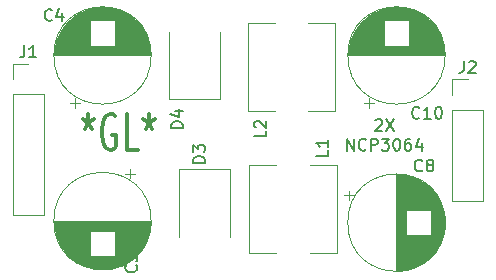
<source format=gbr>
G04 #@! TF.GenerationSoftware,KiCad,Pcbnew,(5.1.9)-1*
G04 #@! TF.CreationDate,2021-04-15T17:28:59+03:00*
G04 #@! TF.ProjectId,Cbc_power_supply_module,4362635f-706f-4776-9572-5f737570706c,rev?*
G04 #@! TF.SameCoordinates,Original*
G04 #@! TF.FileFunction,Legend,Top*
G04 #@! TF.FilePolarity,Positive*
%FSLAX46Y46*%
G04 Gerber Fmt 4.6, Leading zero omitted, Abs format (unit mm)*
G04 Created by KiCad (PCBNEW (5.1.9)-1) date 2021-04-15 17:28:59*
%MOMM*%
%LPD*%
G01*
G04 APERTURE LIST*
%ADD10C,0.150000*%
%ADD11C,0.300000*%
%ADD12C,0.120000*%
G04 APERTURE END LIST*
D10*
X232664095Y-34079419D02*
X232711714Y-34031800D01*
X232806952Y-33984180D01*
X233045047Y-33984180D01*
X233140285Y-34031800D01*
X233187904Y-34079419D01*
X233235523Y-34174657D01*
X233235523Y-34269895D01*
X233187904Y-34412752D01*
X232616476Y-34984180D01*
X233235523Y-34984180D01*
X233568857Y-33984180D02*
X234235523Y-34984180D01*
X234235523Y-33984180D02*
X233568857Y-34984180D01*
X230235523Y-36634180D02*
X230235523Y-35634180D01*
X230806952Y-36634180D01*
X230806952Y-35634180D01*
X231854571Y-36538942D02*
X231806952Y-36586561D01*
X231664095Y-36634180D01*
X231568857Y-36634180D01*
X231426000Y-36586561D01*
X231330761Y-36491323D01*
X231283142Y-36396085D01*
X231235523Y-36205609D01*
X231235523Y-36062752D01*
X231283142Y-35872276D01*
X231330761Y-35777038D01*
X231426000Y-35681800D01*
X231568857Y-35634180D01*
X231664095Y-35634180D01*
X231806952Y-35681800D01*
X231854571Y-35729419D01*
X232283142Y-36634180D02*
X232283142Y-35634180D01*
X232664095Y-35634180D01*
X232759333Y-35681800D01*
X232806952Y-35729419D01*
X232854571Y-35824657D01*
X232854571Y-35967514D01*
X232806952Y-36062752D01*
X232759333Y-36110371D01*
X232664095Y-36157990D01*
X232283142Y-36157990D01*
X233187904Y-35634180D02*
X233806952Y-35634180D01*
X233473619Y-36015133D01*
X233616476Y-36015133D01*
X233711714Y-36062752D01*
X233759333Y-36110371D01*
X233806952Y-36205609D01*
X233806952Y-36443704D01*
X233759333Y-36538942D01*
X233711714Y-36586561D01*
X233616476Y-36634180D01*
X233330761Y-36634180D01*
X233235523Y-36586561D01*
X233187904Y-36538942D01*
X234426000Y-35634180D02*
X234521238Y-35634180D01*
X234616476Y-35681800D01*
X234664095Y-35729419D01*
X234711714Y-35824657D01*
X234759333Y-36015133D01*
X234759333Y-36253228D01*
X234711714Y-36443704D01*
X234664095Y-36538942D01*
X234616476Y-36586561D01*
X234521238Y-36634180D01*
X234426000Y-36634180D01*
X234330761Y-36586561D01*
X234283142Y-36538942D01*
X234235523Y-36443704D01*
X234187904Y-36253228D01*
X234187904Y-36015133D01*
X234235523Y-35824657D01*
X234283142Y-35729419D01*
X234330761Y-35681800D01*
X234426000Y-35634180D01*
X235616476Y-35634180D02*
X235426000Y-35634180D01*
X235330761Y-35681800D01*
X235283142Y-35729419D01*
X235187904Y-35872276D01*
X235140285Y-36062752D01*
X235140285Y-36443704D01*
X235187904Y-36538942D01*
X235235523Y-36586561D01*
X235330761Y-36634180D01*
X235521238Y-36634180D01*
X235616476Y-36586561D01*
X235664095Y-36538942D01*
X235711714Y-36443704D01*
X235711714Y-36205609D01*
X235664095Y-36110371D01*
X235616476Y-36062752D01*
X235521238Y-36015133D01*
X235330761Y-36015133D01*
X235235523Y-36062752D01*
X235187904Y-36110371D01*
X235140285Y-36205609D01*
X236568857Y-35967514D02*
X236568857Y-36634180D01*
X236330761Y-35586561D02*
X236092666Y-36300847D01*
X236711714Y-36300847D01*
D11*
X208350171Y-33561542D02*
X208350171Y-34275828D01*
X207873980Y-33990114D02*
X208350171Y-34275828D01*
X208826361Y-33990114D01*
X208064457Y-34847257D02*
X208350171Y-34275828D01*
X208635885Y-34847257D01*
X210635885Y-33704400D02*
X210445409Y-33561542D01*
X210159695Y-33561542D01*
X209873980Y-33704400D01*
X209683504Y-33990114D01*
X209588266Y-34275828D01*
X209493028Y-34847257D01*
X209493028Y-35275828D01*
X209588266Y-35847257D01*
X209683504Y-36132971D01*
X209873980Y-36418685D01*
X210159695Y-36561542D01*
X210350171Y-36561542D01*
X210635885Y-36418685D01*
X210731123Y-36275828D01*
X210731123Y-35275828D01*
X210350171Y-35275828D01*
X212540647Y-36561542D02*
X211588266Y-36561542D01*
X211588266Y-33561542D01*
X213493028Y-33561542D02*
X213493028Y-34275828D01*
X213016838Y-33990114D02*
X213493028Y-34275828D01*
X213969219Y-33990114D01*
X213207314Y-34847257D02*
X213493028Y-34275828D01*
X213778742Y-34847257D01*
D12*
X239144000Y-30610500D02*
X240474000Y-30610500D01*
X239144000Y-31940500D02*
X239144000Y-30610500D01*
X239144000Y-33210500D02*
X241804000Y-33210500D01*
X241804000Y-33210500D02*
X241804000Y-40890500D01*
X239144000Y-33210500D02*
X239144000Y-40890500D01*
X239144000Y-40890500D02*
X241804000Y-40890500D01*
X221852000Y-25866000D02*
X224152000Y-25866000D01*
X221852000Y-33266000D02*
X221852000Y-25866000D01*
X224152000Y-33266000D02*
X221852000Y-33266000D01*
X229252000Y-33266000D02*
X226952000Y-33266000D01*
X229252000Y-25866000D02*
X229252000Y-33266000D01*
X226952000Y-25866000D02*
X229252000Y-25866000D01*
X201934000Y-42097000D02*
X204594000Y-42097000D01*
X201934000Y-31877000D02*
X201934000Y-42097000D01*
X204594000Y-31877000D02*
X204594000Y-42097000D01*
X201934000Y-31877000D02*
X204594000Y-31877000D01*
X201934000Y-30607000D02*
X201934000Y-29277000D01*
X201934000Y-29277000D02*
X203264000Y-29277000D01*
X227079000Y-37892500D02*
X229379000Y-37892500D01*
X229379000Y-37892500D02*
X229379000Y-45292500D01*
X229379000Y-45292500D02*
X227079000Y-45292500D01*
X224279000Y-45292500D02*
X221979000Y-45292500D01*
X221979000Y-45292500D02*
X221979000Y-37892500D01*
X221979000Y-37892500D02*
X224279000Y-37892500D01*
X215210000Y-32306500D02*
X215210000Y-26606500D01*
X219510000Y-32306500D02*
X219510000Y-26606500D01*
X215210000Y-32306500D02*
X219510000Y-32306500D01*
X220336000Y-38233000D02*
X220336000Y-43933000D01*
X216036000Y-38233000D02*
X216036000Y-43933000D01*
X220336000Y-38233000D02*
X216036000Y-38233000D01*
X231727000Y-32589698D02*
X232527000Y-32589698D01*
X232127000Y-32989698D02*
X232127000Y-32189698D01*
X233909000Y-24499000D02*
X234975000Y-24499000D01*
X233674000Y-24539000D02*
X235210000Y-24539000D01*
X233494000Y-24579000D02*
X235390000Y-24579000D01*
X233344000Y-24619000D02*
X235540000Y-24619000D01*
X233213000Y-24659000D02*
X235671000Y-24659000D01*
X233096000Y-24699000D02*
X235788000Y-24699000D01*
X232989000Y-24739000D02*
X235895000Y-24739000D01*
X232890000Y-24779000D02*
X235994000Y-24779000D01*
X232797000Y-24819000D02*
X236087000Y-24819000D01*
X232711000Y-24859000D02*
X236173000Y-24859000D01*
X232629000Y-24899000D02*
X236255000Y-24899000D01*
X232552000Y-24939000D02*
X236332000Y-24939000D01*
X232478000Y-24979000D02*
X236406000Y-24979000D01*
X232408000Y-25019000D02*
X236476000Y-25019000D01*
X232340000Y-25059000D02*
X236544000Y-25059000D01*
X232276000Y-25099000D02*
X236608000Y-25099000D01*
X232214000Y-25139000D02*
X236670000Y-25139000D01*
X232155000Y-25179000D02*
X236729000Y-25179000D01*
X232097000Y-25219000D02*
X236787000Y-25219000D01*
X232042000Y-25259000D02*
X236842000Y-25259000D01*
X231988000Y-25299000D02*
X236896000Y-25299000D01*
X231937000Y-25339000D02*
X236947000Y-25339000D01*
X231886000Y-25379000D02*
X236998000Y-25379000D01*
X231838000Y-25419000D02*
X237046000Y-25419000D01*
X231791000Y-25459000D02*
X237093000Y-25459000D01*
X231745000Y-25499000D02*
X237139000Y-25499000D01*
X231701000Y-25539000D02*
X237183000Y-25539000D01*
X231658000Y-25579000D02*
X237226000Y-25579000D01*
X231616000Y-25619000D02*
X237268000Y-25619000D01*
X235482000Y-25659000D02*
X237309000Y-25659000D01*
X231575000Y-25659000D02*
X233402000Y-25659000D01*
X235482000Y-25699000D02*
X237349000Y-25699000D01*
X231535000Y-25699000D02*
X233402000Y-25699000D01*
X235482000Y-25739000D02*
X237387000Y-25739000D01*
X231497000Y-25739000D02*
X233402000Y-25739000D01*
X235482000Y-25779000D02*
X237425000Y-25779000D01*
X231459000Y-25779000D02*
X233402000Y-25779000D01*
X235482000Y-25819000D02*
X237461000Y-25819000D01*
X231423000Y-25819000D02*
X233402000Y-25819000D01*
X235482000Y-25859000D02*
X237497000Y-25859000D01*
X231387000Y-25859000D02*
X233402000Y-25859000D01*
X235482000Y-25899000D02*
X237532000Y-25899000D01*
X231352000Y-25899000D02*
X233402000Y-25899000D01*
X235482000Y-25939000D02*
X237566000Y-25939000D01*
X231318000Y-25939000D02*
X233402000Y-25939000D01*
X235482000Y-25979000D02*
X237598000Y-25979000D01*
X231286000Y-25979000D02*
X233402000Y-25979000D01*
X235482000Y-26019000D02*
X237631000Y-26019000D01*
X231253000Y-26019000D02*
X233402000Y-26019000D01*
X235482000Y-26059000D02*
X237662000Y-26059000D01*
X231222000Y-26059000D02*
X233402000Y-26059000D01*
X235482000Y-26099000D02*
X237692000Y-26099000D01*
X231192000Y-26099000D02*
X233402000Y-26099000D01*
X235482000Y-26139000D02*
X237722000Y-26139000D01*
X231162000Y-26139000D02*
X233402000Y-26139000D01*
X235482000Y-26179000D02*
X237751000Y-26179000D01*
X231133000Y-26179000D02*
X233402000Y-26179000D01*
X235482000Y-26219000D02*
X237780000Y-26219000D01*
X231104000Y-26219000D02*
X233402000Y-26219000D01*
X235482000Y-26259000D02*
X237807000Y-26259000D01*
X231077000Y-26259000D02*
X233402000Y-26259000D01*
X235482000Y-26299000D02*
X237834000Y-26299000D01*
X231050000Y-26299000D02*
X233402000Y-26299000D01*
X235482000Y-26339000D02*
X237860000Y-26339000D01*
X231024000Y-26339000D02*
X233402000Y-26339000D01*
X235482000Y-26379000D02*
X237886000Y-26379000D01*
X230998000Y-26379000D02*
X233402000Y-26379000D01*
X235482000Y-26419000D02*
X237911000Y-26419000D01*
X230973000Y-26419000D02*
X233402000Y-26419000D01*
X235482000Y-26459000D02*
X237935000Y-26459000D01*
X230949000Y-26459000D02*
X233402000Y-26459000D01*
X235482000Y-26499000D02*
X237959000Y-26499000D01*
X230925000Y-26499000D02*
X233402000Y-26499000D01*
X235482000Y-26539000D02*
X237982000Y-26539000D01*
X230902000Y-26539000D02*
X233402000Y-26539000D01*
X235482000Y-26579000D02*
X238004000Y-26579000D01*
X230880000Y-26579000D02*
X233402000Y-26579000D01*
X235482000Y-26619000D02*
X238026000Y-26619000D01*
X230858000Y-26619000D02*
X233402000Y-26619000D01*
X235482000Y-26659000D02*
X238048000Y-26659000D01*
X230836000Y-26659000D02*
X233402000Y-26659000D01*
X235482000Y-26699000D02*
X238069000Y-26699000D01*
X230815000Y-26699000D02*
X233402000Y-26699000D01*
X235482000Y-26739000D02*
X238089000Y-26739000D01*
X230795000Y-26739000D02*
X233402000Y-26739000D01*
X235482000Y-26779000D02*
X238108000Y-26779000D01*
X230776000Y-26779000D02*
X233402000Y-26779000D01*
X235482000Y-26819000D02*
X238128000Y-26819000D01*
X230756000Y-26819000D02*
X233402000Y-26819000D01*
X235482000Y-26859000D02*
X238146000Y-26859000D01*
X230738000Y-26859000D02*
X233402000Y-26859000D01*
X235482000Y-26899000D02*
X238164000Y-26899000D01*
X230720000Y-26899000D02*
X233402000Y-26899000D01*
X235482000Y-26939000D02*
X238182000Y-26939000D01*
X230702000Y-26939000D02*
X233402000Y-26939000D01*
X235482000Y-26979000D02*
X238199000Y-26979000D01*
X230685000Y-26979000D02*
X233402000Y-26979000D01*
X235482000Y-27019000D02*
X238216000Y-27019000D01*
X230668000Y-27019000D02*
X233402000Y-27019000D01*
X235482000Y-27059000D02*
X238232000Y-27059000D01*
X230652000Y-27059000D02*
X233402000Y-27059000D01*
X235482000Y-27099000D02*
X238247000Y-27099000D01*
X230637000Y-27099000D02*
X233402000Y-27099000D01*
X235482000Y-27139000D02*
X238263000Y-27139000D01*
X230621000Y-27139000D02*
X233402000Y-27139000D01*
X235482000Y-27179000D02*
X238277000Y-27179000D01*
X230607000Y-27179000D02*
X233402000Y-27179000D01*
X235482000Y-27219000D02*
X238292000Y-27219000D01*
X230592000Y-27219000D02*
X233402000Y-27219000D01*
X235482000Y-27259000D02*
X238305000Y-27259000D01*
X230579000Y-27259000D02*
X233402000Y-27259000D01*
X235482000Y-27299000D02*
X238319000Y-27299000D01*
X230565000Y-27299000D02*
X233402000Y-27299000D01*
X235482000Y-27339000D02*
X238331000Y-27339000D01*
X230553000Y-27339000D02*
X233402000Y-27339000D01*
X235482000Y-27379000D02*
X238344000Y-27379000D01*
X230540000Y-27379000D02*
X233402000Y-27379000D01*
X235482000Y-27419000D02*
X238356000Y-27419000D01*
X230528000Y-27419000D02*
X233402000Y-27419000D01*
X235482000Y-27459000D02*
X238367000Y-27459000D01*
X230517000Y-27459000D02*
X233402000Y-27459000D01*
X235482000Y-27499000D02*
X238378000Y-27499000D01*
X230506000Y-27499000D02*
X233402000Y-27499000D01*
X235482000Y-27539000D02*
X238389000Y-27539000D01*
X230495000Y-27539000D02*
X233402000Y-27539000D01*
X235482000Y-27579000D02*
X238399000Y-27579000D01*
X230485000Y-27579000D02*
X233402000Y-27579000D01*
X235482000Y-27619000D02*
X238409000Y-27619000D01*
X230475000Y-27619000D02*
X233402000Y-27619000D01*
X235482000Y-27659000D02*
X238418000Y-27659000D01*
X230466000Y-27659000D02*
X233402000Y-27659000D01*
X235482000Y-27699000D02*
X238427000Y-27699000D01*
X230457000Y-27699000D02*
X233402000Y-27699000D01*
X230448000Y-27739000D02*
X238436000Y-27739000D01*
X230440000Y-27779000D02*
X238444000Y-27779000D01*
X230432000Y-27819000D02*
X238452000Y-27819000D01*
X230425000Y-27859000D02*
X238459000Y-27859000D01*
X230418000Y-27900000D02*
X238466000Y-27900000D01*
X230412000Y-27940000D02*
X238472000Y-27940000D01*
X230405000Y-27980000D02*
X238479000Y-27980000D01*
X230400000Y-28020000D02*
X238484000Y-28020000D01*
X230394000Y-28060000D02*
X238490000Y-28060000D01*
X230390000Y-28100000D02*
X238494000Y-28100000D01*
X230385000Y-28140000D02*
X238499000Y-28140000D01*
X230381000Y-28180000D02*
X238503000Y-28180000D01*
X230377000Y-28220000D02*
X238507000Y-28220000D01*
X230374000Y-28260000D02*
X238510000Y-28260000D01*
X230371000Y-28300000D02*
X238513000Y-28300000D01*
X230368000Y-28340000D02*
X238516000Y-28340000D01*
X230366000Y-28380000D02*
X238518000Y-28380000D01*
X230365000Y-28420000D02*
X238519000Y-28420000D01*
X230363000Y-28460000D02*
X238521000Y-28460000D01*
X230362000Y-28500000D02*
X238522000Y-28500000D01*
X230362000Y-28540000D02*
X238522000Y-28540000D01*
X230362000Y-28580000D02*
X238522000Y-28580000D01*
X238562000Y-28580000D02*
G75*
G03*
X238562000Y-28580000I-4120000J0D01*
G01*
X230427302Y-40020500D02*
X230427302Y-40820500D01*
X230027302Y-40420500D02*
X230827302Y-40420500D01*
X238518000Y-42202500D02*
X238518000Y-43268500D01*
X238478000Y-41967500D02*
X238478000Y-43503500D01*
X238438000Y-41787500D02*
X238438000Y-43683500D01*
X238398000Y-41637500D02*
X238398000Y-43833500D01*
X238358000Y-41506500D02*
X238358000Y-43964500D01*
X238318000Y-41389500D02*
X238318000Y-44081500D01*
X238278000Y-41282500D02*
X238278000Y-44188500D01*
X238238000Y-41183500D02*
X238238000Y-44287500D01*
X238198000Y-41090500D02*
X238198000Y-44380500D01*
X238158000Y-41004500D02*
X238158000Y-44466500D01*
X238118000Y-40922500D02*
X238118000Y-44548500D01*
X238078000Y-40845500D02*
X238078000Y-44625500D01*
X238038000Y-40771500D02*
X238038000Y-44699500D01*
X237998000Y-40701500D02*
X237998000Y-44769500D01*
X237958000Y-40633500D02*
X237958000Y-44837500D01*
X237918000Y-40569500D02*
X237918000Y-44901500D01*
X237878000Y-40507500D02*
X237878000Y-44963500D01*
X237838000Y-40448500D02*
X237838000Y-45022500D01*
X237798000Y-40390500D02*
X237798000Y-45080500D01*
X237758000Y-40335500D02*
X237758000Y-45135500D01*
X237718000Y-40281500D02*
X237718000Y-45189500D01*
X237678000Y-40230500D02*
X237678000Y-45240500D01*
X237638000Y-40179500D02*
X237638000Y-45291500D01*
X237598000Y-40131500D02*
X237598000Y-45339500D01*
X237558000Y-40084500D02*
X237558000Y-45386500D01*
X237518000Y-40038500D02*
X237518000Y-45432500D01*
X237478000Y-39994500D02*
X237478000Y-45476500D01*
X237438000Y-39951500D02*
X237438000Y-45519500D01*
X237398000Y-39909500D02*
X237398000Y-45561500D01*
X237358000Y-43775500D02*
X237358000Y-45602500D01*
X237358000Y-39868500D02*
X237358000Y-41695500D01*
X237318000Y-43775500D02*
X237318000Y-45642500D01*
X237318000Y-39828500D02*
X237318000Y-41695500D01*
X237278000Y-43775500D02*
X237278000Y-45680500D01*
X237278000Y-39790500D02*
X237278000Y-41695500D01*
X237238000Y-43775500D02*
X237238000Y-45718500D01*
X237238000Y-39752500D02*
X237238000Y-41695500D01*
X237198000Y-43775500D02*
X237198000Y-45754500D01*
X237198000Y-39716500D02*
X237198000Y-41695500D01*
X237158000Y-43775500D02*
X237158000Y-45790500D01*
X237158000Y-39680500D02*
X237158000Y-41695500D01*
X237118000Y-43775500D02*
X237118000Y-45825500D01*
X237118000Y-39645500D02*
X237118000Y-41695500D01*
X237078000Y-43775500D02*
X237078000Y-45859500D01*
X237078000Y-39611500D02*
X237078000Y-41695500D01*
X237038000Y-43775500D02*
X237038000Y-45891500D01*
X237038000Y-39579500D02*
X237038000Y-41695500D01*
X236998000Y-43775500D02*
X236998000Y-45924500D01*
X236998000Y-39546500D02*
X236998000Y-41695500D01*
X236958000Y-43775500D02*
X236958000Y-45955500D01*
X236958000Y-39515500D02*
X236958000Y-41695500D01*
X236918000Y-43775500D02*
X236918000Y-45985500D01*
X236918000Y-39485500D02*
X236918000Y-41695500D01*
X236878000Y-43775500D02*
X236878000Y-46015500D01*
X236878000Y-39455500D02*
X236878000Y-41695500D01*
X236838000Y-43775500D02*
X236838000Y-46044500D01*
X236838000Y-39426500D02*
X236838000Y-41695500D01*
X236798000Y-43775500D02*
X236798000Y-46073500D01*
X236798000Y-39397500D02*
X236798000Y-41695500D01*
X236758000Y-43775500D02*
X236758000Y-46100500D01*
X236758000Y-39370500D02*
X236758000Y-41695500D01*
X236718000Y-43775500D02*
X236718000Y-46127500D01*
X236718000Y-39343500D02*
X236718000Y-41695500D01*
X236678000Y-43775500D02*
X236678000Y-46153500D01*
X236678000Y-39317500D02*
X236678000Y-41695500D01*
X236638000Y-43775500D02*
X236638000Y-46179500D01*
X236638000Y-39291500D02*
X236638000Y-41695500D01*
X236598000Y-43775500D02*
X236598000Y-46204500D01*
X236598000Y-39266500D02*
X236598000Y-41695500D01*
X236558000Y-43775500D02*
X236558000Y-46228500D01*
X236558000Y-39242500D02*
X236558000Y-41695500D01*
X236518000Y-43775500D02*
X236518000Y-46252500D01*
X236518000Y-39218500D02*
X236518000Y-41695500D01*
X236478000Y-43775500D02*
X236478000Y-46275500D01*
X236478000Y-39195500D02*
X236478000Y-41695500D01*
X236438000Y-43775500D02*
X236438000Y-46297500D01*
X236438000Y-39173500D02*
X236438000Y-41695500D01*
X236398000Y-43775500D02*
X236398000Y-46319500D01*
X236398000Y-39151500D02*
X236398000Y-41695500D01*
X236358000Y-43775500D02*
X236358000Y-46341500D01*
X236358000Y-39129500D02*
X236358000Y-41695500D01*
X236318000Y-43775500D02*
X236318000Y-46362500D01*
X236318000Y-39108500D02*
X236318000Y-41695500D01*
X236278000Y-43775500D02*
X236278000Y-46382500D01*
X236278000Y-39088500D02*
X236278000Y-41695500D01*
X236238000Y-43775500D02*
X236238000Y-46401500D01*
X236238000Y-39069500D02*
X236238000Y-41695500D01*
X236198000Y-43775500D02*
X236198000Y-46421500D01*
X236198000Y-39049500D02*
X236198000Y-41695500D01*
X236158000Y-43775500D02*
X236158000Y-46439500D01*
X236158000Y-39031500D02*
X236158000Y-41695500D01*
X236118000Y-43775500D02*
X236118000Y-46457500D01*
X236118000Y-39013500D02*
X236118000Y-41695500D01*
X236078000Y-43775500D02*
X236078000Y-46475500D01*
X236078000Y-38995500D02*
X236078000Y-41695500D01*
X236038000Y-43775500D02*
X236038000Y-46492500D01*
X236038000Y-38978500D02*
X236038000Y-41695500D01*
X235998000Y-43775500D02*
X235998000Y-46509500D01*
X235998000Y-38961500D02*
X235998000Y-41695500D01*
X235958000Y-43775500D02*
X235958000Y-46525500D01*
X235958000Y-38945500D02*
X235958000Y-41695500D01*
X235918000Y-43775500D02*
X235918000Y-46540500D01*
X235918000Y-38930500D02*
X235918000Y-41695500D01*
X235878000Y-43775500D02*
X235878000Y-46556500D01*
X235878000Y-38914500D02*
X235878000Y-41695500D01*
X235838000Y-43775500D02*
X235838000Y-46570500D01*
X235838000Y-38900500D02*
X235838000Y-41695500D01*
X235798000Y-43775500D02*
X235798000Y-46585500D01*
X235798000Y-38885500D02*
X235798000Y-41695500D01*
X235758000Y-43775500D02*
X235758000Y-46598500D01*
X235758000Y-38872500D02*
X235758000Y-41695500D01*
X235718000Y-43775500D02*
X235718000Y-46612500D01*
X235718000Y-38858500D02*
X235718000Y-41695500D01*
X235678000Y-43775500D02*
X235678000Y-46624500D01*
X235678000Y-38846500D02*
X235678000Y-41695500D01*
X235638000Y-43775500D02*
X235638000Y-46637500D01*
X235638000Y-38833500D02*
X235638000Y-41695500D01*
X235598000Y-43775500D02*
X235598000Y-46649500D01*
X235598000Y-38821500D02*
X235598000Y-41695500D01*
X235558000Y-43775500D02*
X235558000Y-46660500D01*
X235558000Y-38810500D02*
X235558000Y-41695500D01*
X235518000Y-43775500D02*
X235518000Y-46671500D01*
X235518000Y-38799500D02*
X235518000Y-41695500D01*
X235478000Y-43775500D02*
X235478000Y-46682500D01*
X235478000Y-38788500D02*
X235478000Y-41695500D01*
X235438000Y-43775500D02*
X235438000Y-46692500D01*
X235438000Y-38778500D02*
X235438000Y-41695500D01*
X235398000Y-43775500D02*
X235398000Y-46702500D01*
X235398000Y-38768500D02*
X235398000Y-41695500D01*
X235358000Y-43775500D02*
X235358000Y-46711500D01*
X235358000Y-38759500D02*
X235358000Y-41695500D01*
X235318000Y-43775500D02*
X235318000Y-46720500D01*
X235318000Y-38750500D02*
X235318000Y-41695500D01*
X235278000Y-38741500D02*
X235278000Y-46729500D01*
X235238000Y-38733500D02*
X235238000Y-46737500D01*
X235198000Y-38725500D02*
X235198000Y-46745500D01*
X235158000Y-38718500D02*
X235158000Y-46752500D01*
X235117000Y-38711500D02*
X235117000Y-46759500D01*
X235077000Y-38705500D02*
X235077000Y-46765500D01*
X235037000Y-38698500D02*
X235037000Y-46772500D01*
X234997000Y-38693500D02*
X234997000Y-46777500D01*
X234957000Y-38687500D02*
X234957000Y-46783500D01*
X234917000Y-38683500D02*
X234917000Y-46787500D01*
X234877000Y-38678500D02*
X234877000Y-46792500D01*
X234837000Y-38674500D02*
X234837000Y-46796500D01*
X234797000Y-38670500D02*
X234797000Y-46800500D01*
X234757000Y-38667500D02*
X234757000Y-46803500D01*
X234717000Y-38664500D02*
X234717000Y-46806500D01*
X234677000Y-38661500D02*
X234677000Y-46809500D01*
X234637000Y-38659500D02*
X234637000Y-46811500D01*
X234597000Y-38658500D02*
X234597000Y-46812500D01*
X234557000Y-38656500D02*
X234557000Y-46814500D01*
X234517000Y-38655500D02*
X234517000Y-46815500D01*
X234477000Y-38655500D02*
X234477000Y-46815500D01*
X234437000Y-38655500D02*
X234437000Y-46815500D01*
X238557000Y-42735500D02*
G75*
G03*
X238557000Y-42735500I-4120000J0D01*
G01*
X206835000Y-32589698D02*
X207635000Y-32589698D01*
X207235000Y-32989698D02*
X207235000Y-32189698D01*
X209017000Y-24499000D02*
X210083000Y-24499000D01*
X208782000Y-24539000D02*
X210318000Y-24539000D01*
X208602000Y-24579000D02*
X210498000Y-24579000D01*
X208452000Y-24619000D02*
X210648000Y-24619000D01*
X208321000Y-24659000D02*
X210779000Y-24659000D01*
X208204000Y-24699000D02*
X210896000Y-24699000D01*
X208097000Y-24739000D02*
X211003000Y-24739000D01*
X207998000Y-24779000D02*
X211102000Y-24779000D01*
X207905000Y-24819000D02*
X211195000Y-24819000D01*
X207819000Y-24859000D02*
X211281000Y-24859000D01*
X207737000Y-24899000D02*
X211363000Y-24899000D01*
X207660000Y-24939000D02*
X211440000Y-24939000D01*
X207586000Y-24979000D02*
X211514000Y-24979000D01*
X207516000Y-25019000D02*
X211584000Y-25019000D01*
X207448000Y-25059000D02*
X211652000Y-25059000D01*
X207384000Y-25099000D02*
X211716000Y-25099000D01*
X207322000Y-25139000D02*
X211778000Y-25139000D01*
X207263000Y-25179000D02*
X211837000Y-25179000D01*
X207205000Y-25219000D02*
X211895000Y-25219000D01*
X207150000Y-25259000D02*
X211950000Y-25259000D01*
X207096000Y-25299000D02*
X212004000Y-25299000D01*
X207045000Y-25339000D02*
X212055000Y-25339000D01*
X206994000Y-25379000D02*
X212106000Y-25379000D01*
X206946000Y-25419000D02*
X212154000Y-25419000D01*
X206899000Y-25459000D02*
X212201000Y-25459000D01*
X206853000Y-25499000D02*
X212247000Y-25499000D01*
X206809000Y-25539000D02*
X212291000Y-25539000D01*
X206766000Y-25579000D02*
X212334000Y-25579000D01*
X206724000Y-25619000D02*
X212376000Y-25619000D01*
X210590000Y-25659000D02*
X212417000Y-25659000D01*
X206683000Y-25659000D02*
X208510000Y-25659000D01*
X210590000Y-25699000D02*
X212457000Y-25699000D01*
X206643000Y-25699000D02*
X208510000Y-25699000D01*
X210590000Y-25739000D02*
X212495000Y-25739000D01*
X206605000Y-25739000D02*
X208510000Y-25739000D01*
X210590000Y-25779000D02*
X212533000Y-25779000D01*
X206567000Y-25779000D02*
X208510000Y-25779000D01*
X210590000Y-25819000D02*
X212569000Y-25819000D01*
X206531000Y-25819000D02*
X208510000Y-25819000D01*
X210590000Y-25859000D02*
X212605000Y-25859000D01*
X206495000Y-25859000D02*
X208510000Y-25859000D01*
X210590000Y-25899000D02*
X212640000Y-25899000D01*
X206460000Y-25899000D02*
X208510000Y-25899000D01*
X210590000Y-25939000D02*
X212674000Y-25939000D01*
X206426000Y-25939000D02*
X208510000Y-25939000D01*
X210590000Y-25979000D02*
X212706000Y-25979000D01*
X206394000Y-25979000D02*
X208510000Y-25979000D01*
X210590000Y-26019000D02*
X212739000Y-26019000D01*
X206361000Y-26019000D02*
X208510000Y-26019000D01*
X210590000Y-26059000D02*
X212770000Y-26059000D01*
X206330000Y-26059000D02*
X208510000Y-26059000D01*
X210590000Y-26099000D02*
X212800000Y-26099000D01*
X206300000Y-26099000D02*
X208510000Y-26099000D01*
X210590000Y-26139000D02*
X212830000Y-26139000D01*
X206270000Y-26139000D02*
X208510000Y-26139000D01*
X210590000Y-26179000D02*
X212859000Y-26179000D01*
X206241000Y-26179000D02*
X208510000Y-26179000D01*
X210590000Y-26219000D02*
X212888000Y-26219000D01*
X206212000Y-26219000D02*
X208510000Y-26219000D01*
X210590000Y-26259000D02*
X212915000Y-26259000D01*
X206185000Y-26259000D02*
X208510000Y-26259000D01*
X210590000Y-26299000D02*
X212942000Y-26299000D01*
X206158000Y-26299000D02*
X208510000Y-26299000D01*
X210590000Y-26339000D02*
X212968000Y-26339000D01*
X206132000Y-26339000D02*
X208510000Y-26339000D01*
X210590000Y-26379000D02*
X212994000Y-26379000D01*
X206106000Y-26379000D02*
X208510000Y-26379000D01*
X210590000Y-26419000D02*
X213019000Y-26419000D01*
X206081000Y-26419000D02*
X208510000Y-26419000D01*
X210590000Y-26459000D02*
X213043000Y-26459000D01*
X206057000Y-26459000D02*
X208510000Y-26459000D01*
X210590000Y-26499000D02*
X213067000Y-26499000D01*
X206033000Y-26499000D02*
X208510000Y-26499000D01*
X210590000Y-26539000D02*
X213090000Y-26539000D01*
X206010000Y-26539000D02*
X208510000Y-26539000D01*
X210590000Y-26579000D02*
X213112000Y-26579000D01*
X205988000Y-26579000D02*
X208510000Y-26579000D01*
X210590000Y-26619000D02*
X213134000Y-26619000D01*
X205966000Y-26619000D02*
X208510000Y-26619000D01*
X210590000Y-26659000D02*
X213156000Y-26659000D01*
X205944000Y-26659000D02*
X208510000Y-26659000D01*
X210590000Y-26699000D02*
X213177000Y-26699000D01*
X205923000Y-26699000D02*
X208510000Y-26699000D01*
X210590000Y-26739000D02*
X213197000Y-26739000D01*
X205903000Y-26739000D02*
X208510000Y-26739000D01*
X210590000Y-26779000D02*
X213216000Y-26779000D01*
X205884000Y-26779000D02*
X208510000Y-26779000D01*
X210590000Y-26819000D02*
X213236000Y-26819000D01*
X205864000Y-26819000D02*
X208510000Y-26819000D01*
X210590000Y-26859000D02*
X213254000Y-26859000D01*
X205846000Y-26859000D02*
X208510000Y-26859000D01*
X210590000Y-26899000D02*
X213272000Y-26899000D01*
X205828000Y-26899000D02*
X208510000Y-26899000D01*
X210590000Y-26939000D02*
X213290000Y-26939000D01*
X205810000Y-26939000D02*
X208510000Y-26939000D01*
X210590000Y-26979000D02*
X213307000Y-26979000D01*
X205793000Y-26979000D02*
X208510000Y-26979000D01*
X210590000Y-27019000D02*
X213324000Y-27019000D01*
X205776000Y-27019000D02*
X208510000Y-27019000D01*
X210590000Y-27059000D02*
X213340000Y-27059000D01*
X205760000Y-27059000D02*
X208510000Y-27059000D01*
X210590000Y-27099000D02*
X213355000Y-27099000D01*
X205745000Y-27099000D02*
X208510000Y-27099000D01*
X210590000Y-27139000D02*
X213371000Y-27139000D01*
X205729000Y-27139000D02*
X208510000Y-27139000D01*
X210590000Y-27179000D02*
X213385000Y-27179000D01*
X205715000Y-27179000D02*
X208510000Y-27179000D01*
X210590000Y-27219000D02*
X213400000Y-27219000D01*
X205700000Y-27219000D02*
X208510000Y-27219000D01*
X210590000Y-27259000D02*
X213413000Y-27259000D01*
X205687000Y-27259000D02*
X208510000Y-27259000D01*
X210590000Y-27299000D02*
X213427000Y-27299000D01*
X205673000Y-27299000D02*
X208510000Y-27299000D01*
X210590000Y-27339000D02*
X213439000Y-27339000D01*
X205661000Y-27339000D02*
X208510000Y-27339000D01*
X210590000Y-27379000D02*
X213452000Y-27379000D01*
X205648000Y-27379000D02*
X208510000Y-27379000D01*
X210590000Y-27419000D02*
X213464000Y-27419000D01*
X205636000Y-27419000D02*
X208510000Y-27419000D01*
X210590000Y-27459000D02*
X213475000Y-27459000D01*
X205625000Y-27459000D02*
X208510000Y-27459000D01*
X210590000Y-27499000D02*
X213486000Y-27499000D01*
X205614000Y-27499000D02*
X208510000Y-27499000D01*
X210590000Y-27539000D02*
X213497000Y-27539000D01*
X205603000Y-27539000D02*
X208510000Y-27539000D01*
X210590000Y-27579000D02*
X213507000Y-27579000D01*
X205593000Y-27579000D02*
X208510000Y-27579000D01*
X210590000Y-27619000D02*
X213517000Y-27619000D01*
X205583000Y-27619000D02*
X208510000Y-27619000D01*
X210590000Y-27659000D02*
X213526000Y-27659000D01*
X205574000Y-27659000D02*
X208510000Y-27659000D01*
X210590000Y-27699000D02*
X213535000Y-27699000D01*
X205565000Y-27699000D02*
X208510000Y-27699000D01*
X205556000Y-27739000D02*
X213544000Y-27739000D01*
X205548000Y-27779000D02*
X213552000Y-27779000D01*
X205540000Y-27819000D02*
X213560000Y-27819000D01*
X205533000Y-27859000D02*
X213567000Y-27859000D01*
X205526000Y-27900000D02*
X213574000Y-27900000D01*
X205520000Y-27940000D02*
X213580000Y-27940000D01*
X205513000Y-27980000D02*
X213587000Y-27980000D01*
X205508000Y-28020000D02*
X213592000Y-28020000D01*
X205502000Y-28060000D02*
X213598000Y-28060000D01*
X205498000Y-28100000D02*
X213602000Y-28100000D01*
X205493000Y-28140000D02*
X213607000Y-28140000D01*
X205489000Y-28180000D02*
X213611000Y-28180000D01*
X205485000Y-28220000D02*
X213615000Y-28220000D01*
X205482000Y-28260000D02*
X213618000Y-28260000D01*
X205479000Y-28300000D02*
X213621000Y-28300000D01*
X205476000Y-28340000D02*
X213624000Y-28340000D01*
X205474000Y-28380000D02*
X213626000Y-28380000D01*
X205473000Y-28420000D02*
X213627000Y-28420000D01*
X205471000Y-28460000D02*
X213629000Y-28460000D01*
X205470000Y-28500000D02*
X213630000Y-28500000D01*
X205470000Y-28540000D02*
X213630000Y-28540000D01*
X205470000Y-28580000D02*
X213630000Y-28580000D01*
X213670000Y-28580000D02*
G75*
G03*
X213670000Y-28580000I-4120000J0D01*
G01*
X212265000Y-38593802D02*
X211465000Y-38593802D01*
X211865000Y-38193802D02*
X211865000Y-38993802D01*
X210083000Y-46684500D02*
X209017000Y-46684500D01*
X210318000Y-46644500D02*
X208782000Y-46644500D01*
X210498000Y-46604500D02*
X208602000Y-46604500D01*
X210648000Y-46564500D02*
X208452000Y-46564500D01*
X210779000Y-46524500D02*
X208321000Y-46524500D01*
X210896000Y-46484500D02*
X208204000Y-46484500D01*
X211003000Y-46444500D02*
X208097000Y-46444500D01*
X211102000Y-46404500D02*
X207998000Y-46404500D01*
X211195000Y-46364500D02*
X207905000Y-46364500D01*
X211281000Y-46324500D02*
X207819000Y-46324500D01*
X211363000Y-46284500D02*
X207737000Y-46284500D01*
X211440000Y-46244500D02*
X207660000Y-46244500D01*
X211514000Y-46204500D02*
X207586000Y-46204500D01*
X211584000Y-46164500D02*
X207516000Y-46164500D01*
X211652000Y-46124500D02*
X207448000Y-46124500D01*
X211716000Y-46084500D02*
X207384000Y-46084500D01*
X211778000Y-46044500D02*
X207322000Y-46044500D01*
X211837000Y-46004500D02*
X207263000Y-46004500D01*
X211895000Y-45964500D02*
X207205000Y-45964500D01*
X211950000Y-45924500D02*
X207150000Y-45924500D01*
X212004000Y-45884500D02*
X207096000Y-45884500D01*
X212055000Y-45844500D02*
X207045000Y-45844500D01*
X212106000Y-45804500D02*
X206994000Y-45804500D01*
X212154000Y-45764500D02*
X206946000Y-45764500D01*
X212201000Y-45724500D02*
X206899000Y-45724500D01*
X212247000Y-45684500D02*
X206853000Y-45684500D01*
X212291000Y-45644500D02*
X206809000Y-45644500D01*
X212334000Y-45604500D02*
X206766000Y-45604500D01*
X212376000Y-45564500D02*
X206724000Y-45564500D01*
X208510000Y-45524500D02*
X206683000Y-45524500D01*
X212417000Y-45524500D02*
X210590000Y-45524500D01*
X208510000Y-45484500D02*
X206643000Y-45484500D01*
X212457000Y-45484500D02*
X210590000Y-45484500D01*
X208510000Y-45444500D02*
X206605000Y-45444500D01*
X212495000Y-45444500D02*
X210590000Y-45444500D01*
X208510000Y-45404500D02*
X206567000Y-45404500D01*
X212533000Y-45404500D02*
X210590000Y-45404500D01*
X208510000Y-45364500D02*
X206531000Y-45364500D01*
X212569000Y-45364500D02*
X210590000Y-45364500D01*
X208510000Y-45324500D02*
X206495000Y-45324500D01*
X212605000Y-45324500D02*
X210590000Y-45324500D01*
X208510000Y-45284500D02*
X206460000Y-45284500D01*
X212640000Y-45284500D02*
X210590000Y-45284500D01*
X208510000Y-45244500D02*
X206426000Y-45244500D01*
X212674000Y-45244500D02*
X210590000Y-45244500D01*
X208510000Y-45204500D02*
X206394000Y-45204500D01*
X212706000Y-45204500D02*
X210590000Y-45204500D01*
X208510000Y-45164500D02*
X206361000Y-45164500D01*
X212739000Y-45164500D02*
X210590000Y-45164500D01*
X208510000Y-45124500D02*
X206330000Y-45124500D01*
X212770000Y-45124500D02*
X210590000Y-45124500D01*
X208510000Y-45084500D02*
X206300000Y-45084500D01*
X212800000Y-45084500D02*
X210590000Y-45084500D01*
X208510000Y-45044500D02*
X206270000Y-45044500D01*
X212830000Y-45044500D02*
X210590000Y-45044500D01*
X208510000Y-45004500D02*
X206241000Y-45004500D01*
X212859000Y-45004500D02*
X210590000Y-45004500D01*
X208510000Y-44964500D02*
X206212000Y-44964500D01*
X212888000Y-44964500D02*
X210590000Y-44964500D01*
X208510000Y-44924500D02*
X206185000Y-44924500D01*
X212915000Y-44924500D02*
X210590000Y-44924500D01*
X208510000Y-44884500D02*
X206158000Y-44884500D01*
X212942000Y-44884500D02*
X210590000Y-44884500D01*
X208510000Y-44844500D02*
X206132000Y-44844500D01*
X212968000Y-44844500D02*
X210590000Y-44844500D01*
X208510000Y-44804500D02*
X206106000Y-44804500D01*
X212994000Y-44804500D02*
X210590000Y-44804500D01*
X208510000Y-44764500D02*
X206081000Y-44764500D01*
X213019000Y-44764500D02*
X210590000Y-44764500D01*
X208510000Y-44724500D02*
X206057000Y-44724500D01*
X213043000Y-44724500D02*
X210590000Y-44724500D01*
X208510000Y-44684500D02*
X206033000Y-44684500D01*
X213067000Y-44684500D02*
X210590000Y-44684500D01*
X208510000Y-44644500D02*
X206010000Y-44644500D01*
X213090000Y-44644500D02*
X210590000Y-44644500D01*
X208510000Y-44604500D02*
X205988000Y-44604500D01*
X213112000Y-44604500D02*
X210590000Y-44604500D01*
X208510000Y-44564500D02*
X205966000Y-44564500D01*
X213134000Y-44564500D02*
X210590000Y-44564500D01*
X208510000Y-44524500D02*
X205944000Y-44524500D01*
X213156000Y-44524500D02*
X210590000Y-44524500D01*
X208510000Y-44484500D02*
X205923000Y-44484500D01*
X213177000Y-44484500D02*
X210590000Y-44484500D01*
X208510000Y-44444500D02*
X205903000Y-44444500D01*
X213197000Y-44444500D02*
X210590000Y-44444500D01*
X208510000Y-44404500D02*
X205884000Y-44404500D01*
X213216000Y-44404500D02*
X210590000Y-44404500D01*
X208510000Y-44364500D02*
X205864000Y-44364500D01*
X213236000Y-44364500D02*
X210590000Y-44364500D01*
X208510000Y-44324500D02*
X205846000Y-44324500D01*
X213254000Y-44324500D02*
X210590000Y-44324500D01*
X208510000Y-44284500D02*
X205828000Y-44284500D01*
X213272000Y-44284500D02*
X210590000Y-44284500D01*
X208510000Y-44244500D02*
X205810000Y-44244500D01*
X213290000Y-44244500D02*
X210590000Y-44244500D01*
X208510000Y-44204500D02*
X205793000Y-44204500D01*
X213307000Y-44204500D02*
X210590000Y-44204500D01*
X208510000Y-44164500D02*
X205776000Y-44164500D01*
X213324000Y-44164500D02*
X210590000Y-44164500D01*
X208510000Y-44124500D02*
X205760000Y-44124500D01*
X213340000Y-44124500D02*
X210590000Y-44124500D01*
X208510000Y-44084500D02*
X205745000Y-44084500D01*
X213355000Y-44084500D02*
X210590000Y-44084500D01*
X208510000Y-44044500D02*
X205729000Y-44044500D01*
X213371000Y-44044500D02*
X210590000Y-44044500D01*
X208510000Y-44004500D02*
X205715000Y-44004500D01*
X213385000Y-44004500D02*
X210590000Y-44004500D01*
X208510000Y-43964500D02*
X205700000Y-43964500D01*
X213400000Y-43964500D02*
X210590000Y-43964500D01*
X208510000Y-43924500D02*
X205687000Y-43924500D01*
X213413000Y-43924500D02*
X210590000Y-43924500D01*
X208510000Y-43884500D02*
X205673000Y-43884500D01*
X213427000Y-43884500D02*
X210590000Y-43884500D01*
X208510000Y-43844500D02*
X205661000Y-43844500D01*
X213439000Y-43844500D02*
X210590000Y-43844500D01*
X208510000Y-43804500D02*
X205648000Y-43804500D01*
X213452000Y-43804500D02*
X210590000Y-43804500D01*
X208510000Y-43764500D02*
X205636000Y-43764500D01*
X213464000Y-43764500D02*
X210590000Y-43764500D01*
X208510000Y-43724500D02*
X205625000Y-43724500D01*
X213475000Y-43724500D02*
X210590000Y-43724500D01*
X208510000Y-43684500D02*
X205614000Y-43684500D01*
X213486000Y-43684500D02*
X210590000Y-43684500D01*
X208510000Y-43644500D02*
X205603000Y-43644500D01*
X213497000Y-43644500D02*
X210590000Y-43644500D01*
X208510000Y-43604500D02*
X205593000Y-43604500D01*
X213507000Y-43604500D02*
X210590000Y-43604500D01*
X208510000Y-43564500D02*
X205583000Y-43564500D01*
X213517000Y-43564500D02*
X210590000Y-43564500D01*
X208510000Y-43524500D02*
X205574000Y-43524500D01*
X213526000Y-43524500D02*
X210590000Y-43524500D01*
X208510000Y-43484500D02*
X205565000Y-43484500D01*
X213535000Y-43484500D02*
X210590000Y-43484500D01*
X213544000Y-43444500D02*
X205556000Y-43444500D01*
X213552000Y-43404500D02*
X205548000Y-43404500D01*
X213560000Y-43364500D02*
X205540000Y-43364500D01*
X213567000Y-43324500D02*
X205533000Y-43324500D01*
X213574000Y-43283500D02*
X205526000Y-43283500D01*
X213580000Y-43243500D02*
X205520000Y-43243500D01*
X213587000Y-43203500D02*
X205513000Y-43203500D01*
X213592000Y-43163500D02*
X205508000Y-43163500D01*
X213598000Y-43123500D02*
X205502000Y-43123500D01*
X213602000Y-43083500D02*
X205498000Y-43083500D01*
X213607000Y-43043500D02*
X205493000Y-43043500D01*
X213611000Y-43003500D02*
X205489000Y-43003500D01*
X213615000Y-42963500D02*
X205485000Y-42963500D01*
X213618000Y-42923500D02*
X205482000Y-42923500D01*
X213621000Y-42883500D02*
X205479000Y-42883500D01*
X213624000Y-42843500D02*
X205476000Y-42843500D01*
X213626000Y-42803500D02*
X205474000Y-42803500D01*
X213627000Y-42763500D02*
X205473000Y-42763500D01*
X213629000Y-42723500D02*
X205471000Y-42723500D01*
X213630000Y-42683500D02*
X205470000Y-42683500D01*
X213630000Y-42643500D02*
X205470000Y-42643500D01*
X213630000Y-42603500D02*
X205470000Y-42603500D01*
X213670000Y-42603500D02*
G75*
G03*
X213670000Y-42603500I-4120000J0D01*
G01*
D10*
X240140666Y-29062880D02*
X240140666Y-29777166D01*
X240093047Y-29920023D01*
X239997809Y-30015261D01*
X239854952Y-30062880D01*
X239759714Y-30062880D01*
X240569238Y-29158119D02*
X240616857Y-29110500D01*
X240712095Y-29062880D01*
X240950190Y-29062880D01*
X241045428Y-29110500D01*
X241093047Y-29158119D01*
X241140666Y-29253357D01*
X241140666Y-29348595D01*
X241093047Y-29491452D01*
X240521619Y-30062880D01*
X241140666Y-30062880D01*
X223413580Y-34964666D02*
X223413580Y-35440857D01*
X222413580Y-35440857D01*
X222508819Y-34678952D02*
X222461200Y-34631333D01*
X222413580Y-34536095D01*
X222413580Y-34298000D01*
X222461200Y-34202761D01*
X222508819Y-34155142D01*
X222604057Y-34107523D01*
X222699295Y-34107523D01*
X222842152Y-34155142D01*
X223413580Y-34726571D01*
X223413580Y-34107523D01*
X202930666Y-27729380D02*
X202930666Y-28443666D01*
X202883047Y-28586523D01*
X202787809Y-28681761D01*
X202644952Y-28729380D01*
X202549714Y-28729380D01*
X203930666Y-28729380D02*
X203359238Y-28729380D01*
X203644952Y-28729380D02*
X203644952Y-27729380D01*
X203549714Y-27872238D01*
X203454476Y-27967476D01*
X203359238Y-28015095D01*
X228645980Y-36590266D02*
X228645980Y-37066457D01*
X227645980Y-37066457D01*
X228645980Y-35733123D02*
X228645980Y-36304552D01*
X228645980Y-36018838D02*
X227645980Y-36018838D01*
X227788838Y-36114076D01*
X227884076Y-36209314D01*
X227931695Y-36304552D01*
X216351880Y-34723295D02*
X215351880Y-34723295D01*
X215351880Y-34485200D01*
X215399500Y-34342342D01*
X215494738Y-34247104D01*
X215589976Y-34199485D01*
X215780452Y-34151866D01*
X215923309Y-34151866D01*
X216113785Y-34199485D01*
X216209023Y-34247104D01*
X216304261Y-34342342D01*
X216351880Y-34485200D01*
X216351880Y-34723295D01*
X215685214Y-33294723D02*
X216351880Y-33294723D01*
X215304261Y-33532819D02*
X216018547Y-33770914D01*
X216018547Y-33151866D01*
X218231980Y-37669695D02*
X217231980Y-37669695D01*
X217231980Y-37431600D01*
X217279600Y-37288742D01*
X217374838Y-37193504D01*
X217470076Y-37145885D01*
X217660552Y-37098266D01*
X217803409Y-37098266D01*
X217993885Y-37145885D01*
X218089123Y-37193504D01*
X218184361Y-37288742D01*
X218231980Y-37431600D01*
X218231980Y-37669695D01*
X217231980Y-36764933D02*
X217231980Y-36145885D01*
X217612933Y-36479219D01*
X217612933Y-36336361D01*
X217660552Y-36241123D01*
X217708171Y-36193504D01*
X217803409Y-36145885D01*
X218041504Y-36145885D01*
X218136742Y-36193504D01*
X218184361Y-36241123D01*
X218231980Y-36336361D01*
X218231980Y-36622076D01*
X218184361Y-36717314D01*
X218136742Y-36764933D01*
X236389942Y-33834342D02*
X236342323Y-33881961D01*
X236199466Y-33929580D01*
X236104228Y-33929580D01*
X235961371Y-33881961D01*
X235866133Y-33786723D01*
X235818514Y-33691485D01*
X235770895Y-33501009D01*
X235770895Y-33358152D01*
X235818514Y-33167676D01*
X235866133Y-33072438D01*
X235961371Y-32977200D01*
X236104228Y-32929580D01*
X236199466Y-32929580D01*
X236342323Y-32977200D01*
X236389942Y-33024819D01*
X237342323Y-33929580D02*
X236770895Y-33929580D01*
X237056609Y-33929580D02*
X237056609Y-32929580D01*
X236961371Y-33072438D01*
X236866133Y-33167676D01*
X236770895Y-33215295D01*
X237961371Y-32929580D02*
X238056609Y-32929580D01*
X238151847Y-32977200D01*
X238199466Y-33024819D01*
X238247085Y-33120057D01*
X238294704Y-33310533D01*
X238294704Y-33548628D01*
X238247085Y-33739104D01*
X238199466Y-33834342D01*
X238151847Y-33881961D01*
X238056609Y-33929580D01*
X237961371Y-33929580D01*
X237866133Y-33881961D01*
X237818514Y-33834342D01*
X237770895Y-33739104D01*
X237723276Y-33548628D01*
X237723276Y-33310533D01*
X237770895Y-33120057D01*
X237818514Y-33024819D01*
X237866133Y-32977200D01*
X237961371Y-32929580D01*
X236612133Y-38304742D02*
X236564514Y-38352361D01*
X236421657Y-38399980D01*
X236326419Y-38399980D01*
X236183561Y-38352361D01*
X236088323Y-38257123D01*
X236040704Y-38161885D01*
X235993085Y-37971409D01*
X235993085Y-37828552D01*
X236040704Y-37638076D01*
X236088323Y-37542838D01*
X236183561Y-37447600D01*
X236326419Y-37399980D01*
X236421657Y-37399980D01*
X236564514Y-37447600D01*
X236612133Y-37495219D01*
X237183561Y-37828552D02*
X237088323Y-37780933D01*
X237040704Y-37733314D01*
X236993085Y-37638076D01*
X236993085Y-37590457D01*
X237040704Y-37495219D01*
X237088323Y-37447600D01*
X237183561Y-37399980D01*
X237374038Y-37399980D01*
X237469276Y-37447600D01*
X237516895Y-37495219D01*
X237564514Y-37590457D01*
X237564514Y-37638076D01*
X237516895Y-37733314D01*
X237469276Y-37780933D01*
X237374038Y-37828552D01*
X237183561Y-37828552D01*
X237088323Y-37876171D01*
X237040704Y-37923790D01*
X236993085Y-38019028D01*
X236993085Y-38209504D01*
X237040704Y-38304742D01*
X237088323Y-38352361D01*
X237183561Y-38399980D01*
X237374038Y-38399980D01*
X237469276Y-38352361D01*
X237516895Y-38304742D01*
X237564514Y-38209504D01*
X237564514Y-38019028D01*
X237516895Y-37923790D01*
X237469276Y-37876171D01*
X237374038Y-37828552D01*
X205268533Y-25553942D02*
X205220914Y-25601561D01*
X205078057Y-25649180D01*
X204982819Y-25649180D01*
X204839961Y-25601561D01*
X204744723Y-25506323D01*
X204697104Y-25411085D01*
X204649485Y-25220609D01*
X204649485Y-25077752D01*
X204697104Y-24887276D01*
X204744723Y-24792038D01*
X204839961Y-24696800D01*
X204982819Y-24649180D01*
X205078057Y-24649180D01*
X205220914Y-24696800D01*
X205268533Y-24744419D01*
X206125676Y-24982514D02*
X206125676Y-25649180D01*
X205887580Y-24601561D02*
X205649485Y-25315847D01*
X206268533Y-25315847D01*
X212383642Y-46331166D02*
X212431261Y-46378785D01*
X212478880Y-46521642D01*
X212478880Y-46616880D01*
X212431261Y-46759738D01*
X212336023Y-46854976D01*
X212240785Y-46902595D01*
X212050309Y-46950214D01*
X211907452Y-46950214D01*
X211716976Y-46902595D01*
X211621738Y-46854976D01*
X211526500Y-46759738D01*
X211478880Y-46616880D01*
X211478880Y-46521642D01*
X211526500Y-46378785D01*
X211574119Y-46331166D01*
X211478880Y-45997833D02*
X211478880Y-45378785D01*
X211859833Y-45712119D01*
X211859833Y-45569261D01*
X211907452Y-45474023D01*
X211955071Y-45426404D01*
X212050309Y-45378785D01*
X212288404Y-45378785D01*
X212383642Y-45426404D01*
X212431261Y-45474023D01*
X212478880Y-45569261D01*
X212478880Y-45854976D01*
X212431261Y-45950214D01*
X212383642Y-45997833D01*
M02*

</source>
